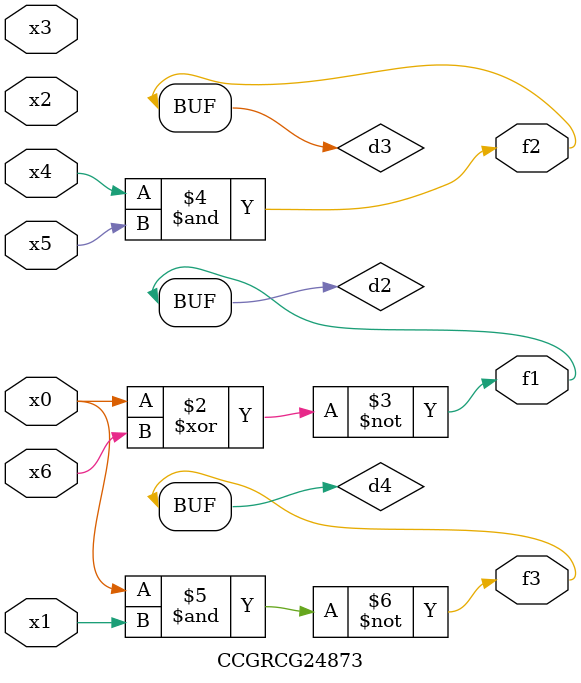
<source format=v>
module CCGRCG24873(
	input x0, x1, x2, x3, x4, x5, x6,
	output f1, f2, f3
);

	wire d1, d2, d3, d4;

	nor (d1, x0);
	xnor (d2, x0, x6);
	and (d3, x4, x5);
	nand (d4, x0, x1);
	assign f1 = d2;
	assign f2 = d3;
	assign f3 = d4;
endmodule

</source>
